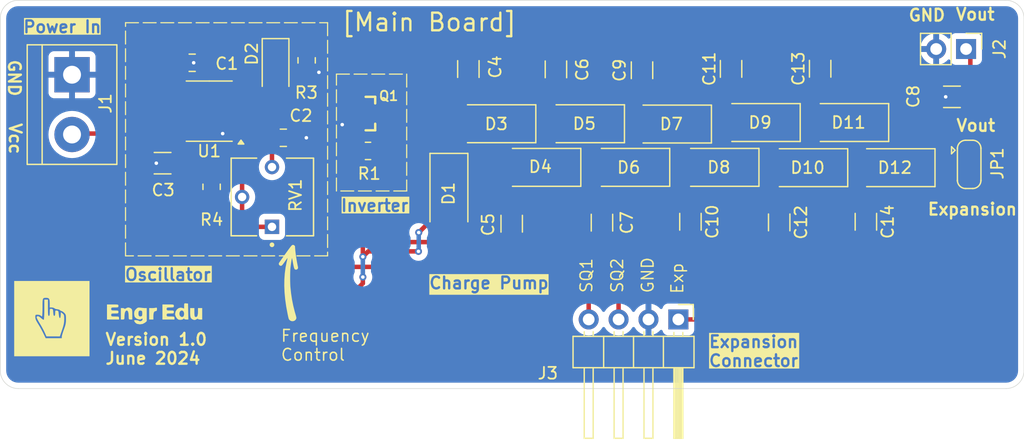
<source format=kicad_pcb>
(kicad_pcb (version 20240108) (generator "pcbnew") (generator_version "8.0")
  (layers (0 "F.Cu" signal) (31 "B.Cu" signal) (34 "B.Paste" user) (35 "F.Paste" user) (36 "B.SilkS" user "B.Silkscreen") (37 "F.SilkS" user "F.Silkscreen") (38 "B.Mask" user) (39 "F.Mask" user) (44 "Edge.Cuts" user))
  (net 0 "")
  (net 1 "VCC")
  (net 2 "GND")
  (net 3 "Net-(U1-CV)")
  (net 4 "/THR")
  (net 5 "Net-(D2-K)")
  (net 6 "/SQUARE_1")
  (net 7 "/SQUARE_2")
  (net 8 "/DIS")
  (net 9 "Net-(D1-K)")
  (net 10 "Net-(D3-K)")
  (net 11 "Net-(D4-K)")
  (net 12 "Net-(D5-K)")
  (net 13 "Net-(D6-K)")
  (net 14 "Net-(D8-K)")
  (net 15 "Net-(D10-A)")
  (net 16 "Net-(D10-K)")
  (net 17 "Net-(D11-K)")
  (net 18 "Net-(D7-K)")
  (net 19 "Net-(D12-K)")
  (net 20 "Net-(J2-Pin_1)")
  (net 21 "/Charge_Out")
  (footprint "Diode_SMD:D_MELF" (layer "F.Cu") (at 140.5382 74.0156 180)
    (property "Reference" "D4" (at 0.0312 0.0508 180) (layer "F.SilkS"))
    (property "Value" "1N4148")
    (pad "1" smd roundrect (at -2.4 0 180) (size 1.5 2.7) (layers "F.Cu" "F.Paste" "F.Mask") (roundrect_rratio 0.1666666667) (net 11 "Net-(D4-K)"))
    (pad "2" smd roundrect (at 2.4 0 180) (size 1.5 2.7) (layers "F.Cu" "F.Paste" "F.Mask") (roundrect_rratio 0.1666666667) (net 10 "Net-(D3-K)"))
  )
  (footprint "Capacitor_SMD:C_1206_3216Metric_Pad1.33x1.80mm_HandSolder" (layer "F.Cu") (at 138.0744 78.8031 -90)
    (property "Reference" "C5" (at 0.0762 2.0066 90) (layer "F.SilkS"))
    (property "Value" "1uF")
    (pad "1" smd roundrect (at -1.5625 0 270) (size 1.325 1.8) (layers "F.Cu" "F.Paste" "F.Mask") (roundrect_rratio 0.188679) (net 10 "Net-(D3-K)"))
    (pad "2" smd roundrect (at 1.5625 0 270) (size 1.325 1.8) (layers "F.Cu" "F.Paste" "F.Mask") (roundrect_rratio 0.188679) (net 7 "/SQUARE_2"))
  )
  (footprint "Capacitor_SMD:C_1206_3216Metric_Pad1.33x1.80mm_HandSolder" (layer "F.Cu") (at 149.1488 65.7606 90)
    (property "Reference" "C9" (at -0.0026 -1.9096 90) (layer "F.SilkS"))
    (property "Value" "1uF")
    (pad "1" smd roundrect (at -1.5625 0 90) (size 1.325 1.8) (layers "F.Cu" "F.Paste" "F.Mask") (roundrect_rratio 0.188679) (net 13 "Net-(D6-K)"))
    (pad "2" smd roundrect (at 1.5625 0 90) (size 1.325 1.8) (layers "F.Cu" "F.Paste" "F.Mask") (roundrect_rratio 0.188679) (net 6 "/SQUARE_1"))
  )
  (footprint "Capacitor_SMD:C_1206_3216Metric_Pad1.33x1.80mm_HandSolder" (layer "F.Cu") (at 175.4886 68.0212 180)
    (property "Reference" "C8" (at 3.2889 0.0254 -90) (layer "F.SilkS"))
    (property "Value" "1uF")
    (pad "1" smd roundrect (at -1.5625 0 180) (size 1.325 1.8) (layers "F.Cu" "F.Paste" "F.Mask") (roundrect_rratio 0.188679) (net 20 "Net-(J2-Pin_1)"))
    (pad "2" smd roundrect (at 1.5625 0 180) (size 1.325 1.8) (layers "F.Cu" "F.Paste" "F.Mask") (roundrect_rratio 0.188679) (net 2 "GND"))
  )
  (footprint "Capacitor_SMD:C_1206_3216Metric_Pad1.33x1.80mm_HandSolder" (layer "F.Cu") (at 168.1734 78.6384 -90)
    (property "Reference" "C14" (at 0 -1.85 90) (layer "F.SilkS"))
    (property "Value" "1uF")
    (pad "1" smd roundrect (at -1.5625 0 270) (size 1.325 1.8) (layers "F.Cu" "F.Paste" "F.Mask") (roundrect_rratio 0.188679) (net 17 "Net-(D11-K)"))
    (pad "2" smd roundrect (at 1.5625 0 270) (size 1.325 1.8) (layers "F.Cu" "F.Paste" "F.Mask") (roundrect_rratio 0.188679) (net 7 "/SQUARE_2"))
  )
  (footprint "Diode_SMD:D_MELF" (layer "F.Cu") (at 155.6766 74.0156 180)
    (property "Reference" "D8" (at 0 0 180) (layer "F.SilkS"))
    (property "Value" "1N4148")
    (pad "1" smd roundrect (at -2.4 0 180) (size 1.5 2.7) (layers "F.Cu" "F.Paste" "F.Mask") (roundrect_rratio 0.1666666667) (net 14 "Net-(D8-K)"))
    (pad "2" smd roundrect (at 2.4 0 180) (size 1.5 2.7) (layers "F.Cu" "F.Paste" "F.Mask") (roundrect_rratio 0.1666666667) (net 18 "Net-(D7-K)"))
  )
  (footprint "Resistor_SMD:R_0805_2012Metric_Pad1.20x1.40mm_HandSolder" (layer "F.Cu") (at 120.65 64.9224 -90)
    (property "Reference" "R3" (at 2.7432 0.0254 180) (layer "F.SilkS"))
    (property "Value" "220")
    (pad "1" smd roundrect (at -1 0 270) (size 1.2 1.4) (layers "F.Cu" "F.Paste" "F.Mask") (roundrect_rratio 0.208333) (net 5 "Net-(D2-K)"))
    (pad "2" smd roundrect (at 1 0 270) (size 1.2 1.4) (layers "F.Cu" "F.Paste" "F.Mask") (roundrect_rratio 0.208333) (net 2 "GND"))
  )
  (footprint "Connector_PinHeader_2.54mm:PinHeader_1x02_P2.54mm_Vertical" (layer "F.Cu") (at 176.6874 63.9572 -90)
    (property "Reference" "J2" (at 0 -2.8398 90) (layer "F.SilkS"))
    (property "Value" "Vout")
    (pad "1" thru_hole rect (at 0 0 270) (size 1.7 1.7) (drill 1) (layers "*.Cu" "*.Mask") (net 20 "Net-(J2-Pin_1)"))
    (pad "2" thru_hole oval (at 0 2.54 270) (size 1.7 1.7) (drill 1) (layers "*.Cu" "*.Mask") (net 2 "GND"))
  )
  (footprint "Diode_SMD:D_MELF" (layer "F.Cu") (at 148.095 74.0156 180)
    (property "Reference" "D6" (at 0.0781 -0.0118 180) (layer "F.SilkS"))
    (property "Value" "1N4148")
    (pad "1" smd roundrect (at -2.4 0 180) (size 1.5 2.7) (layers "F.Cu" "F.Paste" "F.Mask") (roundrect_rratio 0.1666666667) (net 13 "Net-(D6-K)"))
    (pad "2" smd roundrect (at 2.4 0 180) (size 1.5 2.7) (layers "F.Cu" "F.Paste" "F.Mask") (roundrect_rratio 0.1666666667) (net 12 "Net-(D5-K)"))
  )
  (footprint "Capacitor_SMD:C_1206_3216Metric_Pad1.33x1.80mm_HandSolder" (layer "F.Cu") (at 145.7452 78.7146 -90)
    (property "Reference" "C7" (at 0 -2.1082 -90) (layer "F.SilkS"))
    (property "Value" "1uF")
    (pad "1" smd roundrect (at -1.5625 0 270) (size 1.325 1.8) (layers "F.Cu" "F.Paste" "F.Mask") (roundrect_rratio 0.188679) (net 12 "Net-(D5-K)"))
    (pad "2" smd roundrect (at 1.5625 0 270) (size 1.325 1.8) (layers "F.Cu" "F.Paste" "F.Mask") (roundrect_rratio 0.188679) (net 7 "/SQUARE_2"))
  )
  (footprint "TerminalBlock:TerminalBlock_bornier-2_P5.08mm" (layer "F.Cu") (at 100.711 66.1416 -90)
    (property "Reference" "J1" (at 2.4384 -2.8372 90) (layer "F.SilkS"))
    (property "Value" "Vin")
    (pad "1" thru_hole rect (at 0 0 270) (size 3 3) (drill 1.52) (layers "*.Cu" "*.Mask") (net 2 "GND"))
    (pad "2" thru_hole circle (at 5.08 0 270) (size 3 3) (drill 1.52) (layers "*.Cu" "*.Mask") (net 1 "VCC"))
  )
  (footprint "Resistor_SMD:R_0805_2012Metric_Pad1.20x1.40mm_HandSolder" (layer "F.Cu") (at 112.5728 75.6666 90)
    (property "Reference" "R4" (at -2.794 0 0) (layer "F.SilkS"))
    (property "Value" "1k")
    (pad "1" smd roundrect (at -1 0 90) (size 1.2 1.4) (layers "F.Cu" "F.Paste" "F.Mask") (roundrect_rratio 0.208333) (net 1 "VCC"))
    (pad "2" smd roundrect (at 1 0 90) (size 1.2 1.4) (layers "F.Cu" "F.Paste" "F.Mask") (roundrect_rratio 0.208333) (net 8 "/DIS"))
  )
  (footprint "Jumper:SolderJumper-3_P1.3mm_Open_RoundedPad1.0x1.5mm" (layer "F.Cu") (at 176.9519 73.7616 -90)
    (property "Reference" "JP1" (at -0.0762 -2.3975 -90) (layer "F.SilkS"))
    (property "Value" "SolderJumper")
    (pad "1" smd custom (at -1.3 0 270) (size 1 0.5) (layers "F.Cu" "F.Mask") (net 20 "Net-(J2-Pin_1)") (options (clearance outline) (anchor rect)) (primitives (gr_circle (center 0 0.25) (end 0.5 0.25) (width 0) (fill yes)) (gr_circle (center 0 -0.25) (end 0.5 -0.25) (width 0) (fill yes)) (gr_poly (pts (xy 0.55 0.75) (xy 0 0.75) (xy 0 -0.75) (xy 0.55 -0.75)) (width 0) (fill yes))))
    (pad "2" smd rect (at 0 0 270) (size 1 1.5) (layers "F.Cu" "F.Mask") (net 19 "Net-(D12-K)"))
    (pad "3" smd custom (at 1.3 0 270) (size 1 0.5) (layers "F.Cu" "F.Mask") (net 21 "/Charge_Out") (options (clearance outline) (anchor rect)) (primitives (gr_circle (center 0 0.25) (end 0.5 0.25) (width 0) (fill yes)) (gr_circle (center 0 -0.25) (end 0.5 -0.25) (width 0) (fill yes)) (gr_poly (pts (xy 0 0.75) (xy -0.55 0.75) (xy -0.55 -0.75) (xy 0 -0.75)) (width 0) (fill yes))))
  )
  (footprint "Capacitor_SMD:C_0805_2012Metric_Pad1.18x1.45mm_HandSolder" (layer "F.Cu") (at 110.9218 65.1256)
    (property "Reference" "C1" (at 2.9464 0.0762 0) (layer "F.SilkS"))
    (property "Value" "0.1uF")
    (pad "1" smd roundrect (at -1.0375 0) (size 1.175 1.45) (layers "F.Cu" "F.Paste" "F.Mask") (roundrect_rratio 0.212766) (net 3 "Net-(U1-CV)"))
    (pad "2" smd roundrect (at 1.0375 0) (size 1.175 1.45) (layers "F.Cu" "F.Paste" "F.Mask") (roundrect_rratio 0.212766) (net 2 "GND"))
  )
  (footprint "Diode_SMD:D_MELF" (layer "F.Cu") (at 166.7002 70.2056 180)
    (property "Reference" "D11" (at 0 0 180) (layer "F.SilkS"))
    (property "Value" "1N4148")
    (pad "1" smd roundrect (at -2.4 0 180) (size 1.5 2.7) (layers "F.Cu" "F.Paste" "F.Mask") (roundrect_rratio 0.1666666667) (net 17 "Net-(D11-K)"))
    (pad "2" smd roundrect (at 2.4 0 180) (size 1.5 2.7) (layers "F.Cu" "F.Paste" "F.Mask") (roundrect_rratio 0.1666666667) (net 16 "Net-(D10-K)"))
  )
  (footprint "Diode_SMD:D_MELF" (layer "F.Cu") (at 144.2466 70.3072 180)
    (property "Reference" "D5" (at 0 0 180) (layer "F.SilkS"))
    (property "Value" "1N4148")
    (pad "1" smd roundrect (at -2.4 0 180) (size 1.5 2.7) (layers "F.Cu" "F.Paste" "F.Mask") (roundrect_rratio 0.1666666667) (net 12 "Net-(D5-K)"))
    (pad "2" smd roundrect (at 2.4 0 180) (size 1.5 2.7) (layers "F.Cu" "F.Paste" "F.Mask") (roundrect_rratio 0.1666666667) (net 11 "Net-(D4-K)"))
  )
  (footprint "Capacitor_SMD:C_1206_3216Metric_Pad1.33x1.80mm_HandSolder" (layer "F.Cu") (at 141.8336 65.6844 90)
    (property "Reference" "C6" (at -0.0254 2.2352 90) (layer "F.SilkS"))
    (property "Value" "1uF")
    (pad "1" smd roundrect (at -1.5625 0 90) (size 1.325 1.8) (layers "F.Cu" "F.Paste" "F.Mask") (roundrect_rratio 0.188679) (net 11 "Net-(D4-K)"))
    (pad "2" smd roundrect (at 1.5625 0 90) (size 1.325 1.8) (layers "F.Cu" "F.Paste" "F.Mask") (roundrect_rratio 0.188679) (net 6 "/SQUARE_1"))
  )
  (footprint "Connector_PinHeader_2.54mm:PinHeader_1x04_P2.54mm_Horizontal" (layer "F.Cu") (at 152.2376 86.938 -90)
    (property "Reference" "J3" (at 4.5782 11.0898 180) (layer "F.SilkS"))
    (property "Value" "Expansion_Conn")
    (pad "1" thru_hole rect (at 0 0 270) (size 1.7 1.7) (drill 1) (layers "*.Cu" "*.Mask") (net 21 "/Charge_Out"))
    (pad "2" thru_hole oval (at 0 2.54 270) (size 1.7 1.7) (drill 1) (layers "*.Cu" "*.Mask") (net 2 "GND"))
    (pad "3" thru_hole oval (at 0 5.08 270) (size 1.7 1.7) (drill 1) (layers "*.Cu" "*.Mask") (net 7 "/SQUARE_2"))
    (pad "4" thru_hole oval (at 0 7.62 270) (size 1.7 1.7) (drill 1) (layers "*.Cu" "*.Mask") (net 6 "/SQUARE_1"))
  )
  (footprint "Resistor_SMD:R_0805_2012Metric_Pad1.20x1.40mm_HandSolder" (layer "F.Cu") (at 125.8648 72.6186)
    (property "Reference" "R1" (at 0.1016 1.9304 0) (layer "F.SilkS"))
    (property "Value" "1k")
    (pad "1" smd roundrect (at -1 0) (size 1.2 1.4) (layers "F.Cu" "F.Paste" "F.Mask") (roundrect_rratio 0.208333) (net 1 "VCC"))
    (pad "2" smd roundrect (at 1 0) (size 1.2 1.4) (layers "F.Cu" "F.Paste" "F.Mask") (roundrect_rratio 0.208333) (net 7 "/SQUARE_2"))
  )
  (footprint "Diode_SMD:D_MELF" (layer "F.Cu") (at 170.6372 74.041 180)
    (property "Reference" "D12" (at 0 0 180) (layer "F.SilkS"))
    (property "Value" "1N4148")
    (pad "1" smd roundrect (at -2.4 0 180) (size 1.5 2.7) (layers "F.Cu" "F.Paste" "F.Mask") (roundrect_rratio 0.1666666667) (net 19 "Net-(D12-K)"))
    (pad "2" smd roundrect (at 2.4 0 180) (size 1.5 2.7) (layers "F.Cu" "F.Paste" "F.Mask") (roundrect_rratio 0.1666666667) (net 17 "Net-(D11-K)"))
  )
  (footprint "LOGO" (layer "F.Cu") (at 105.320691 87.047234)
    (property "Reference" "G***" (hide yes))
    (property "Value" "LOGO" (hide yes))
  )
  (footprint "Capacitor_SMD:C_1206_3216Metric_Pad1.33x1.80mm_HandSolder" (layer "F.Cu") (at 156.718 65.6459 90)
    (property "Reference" "C11" (at 0 -1.85 -90) (layer "F.SilkS"))
    (property "Value" "1uF")
    (pad "1" smd roundrect (at -1.5625 0 90) (size 1.325 1.8) (layers "F.Cu" "F.Paste" "F.Mask") (roundrect_rratio 0.188679) (net 14 "Net-(D8-K)"))
    (pad "2" smd roundrect (at 1.5625 0 90) (size 1.325 1.8) (layers "F.Cu" "F.Paste" "F.Mask") (roundrect_rratio 0.188679) (net 6 "/SQUARE_1"))
  )
  (footprint "Capacitor_SMD:C_0805_2012Metric_Pad1.18x1.45mm_HandSolder" (layer "F.Cu") (at 118.6688 71.501)
    (property "Reference" "C2" (at 1.4986 -1.8796 180) (layer "F.SilkS"))
    (property "Value" "1uF")
    (pad "1" smd roundrect (at -1.0375 0) (size 1.175 1.45) (layers "F.Cu" "F.Paste" "F.Mask") (roundrect_rratio 0.212766) (net 4 "/THR"))
    (pad "2" smd roundrect (at 1.0375 0) (size 1.175 1.45) (layers "F.Cu" "F.Paste" "F.Mask") (roundrect_rratio 0.212766) (net 2 "GND"))
  )
  (footprint "Diode_SMD:D_MELF" (layer "F.Cu") (at 132.7404 76.2384 -90)
    (property "Reference" "D1" (at 0.0029 0.0349 90) (layer "F.SilkS"))
    (property "Value" "1N4148")
    (pad "1" smd roundrect (at -2.4 0 270) (size 1.5 2.7) (layers "F.Cu" "F.Paste" "F.Mask") (roundrect_rratio 0.1666666667) (net 9 "Net-(D1-K)"))
    (pad "2" smd roundrect (at 2.4 0 270) (size 1.5 2.7) (layers "F.Cu" "F.Paste" "F.Mask") (roundrect_rratio 0.1666666667) (net 1 "VCC"))
  )
  (footprint "LOGO" (layer "F.Cu") (at 119.289695 83.811198 90)
    (property "Reference" "G***" (hide yes))
    (property "Value" "LOGO" (hide yes))
  )
  (footprint "Trim_Pot_100k:Trim_Pot_100k" (layer "F.Cu") (at 117.7036 76.5302 90)
    (property "Reference" "RV1" (at 0.1427 2.0001 -90) (layer "F.SilkS") (effects (font (size 1.002756 1.002756))))
    (property "Value" "100k")
    (pad "1" thru_hole rect (at -2.54 0 90) (size 1.222 1.222) (drill 0.714) (layers "*.Cu" "*.Mask") (net 8 "/DIS"))
    (pad "2" thru_hole circle (at 0 -2.54 90) (size 1.222 1.222) (drill 0.714) (layers "*.Cu" "*.Mask") (net 8 "/DIS"))
    (pad "3" thru_hole circle (at 2.54 0 90) (size 1.222 1.222) (drill 0.714) (layers "*.Cu" "*.Mask") (net 4 "/THR"))
  )
  (footprint "Package_SO:SOIC-8_3.9x4.9mm_P1.27mm" (layer "F.Cu") (at 112.3696 69.2374 180)
    (property "Reference" "U1" (at 0 -3.4 180) (layer "F.SilkS"))
    (property "Value" "NE555D")
    (pad "1" smd roundrect (at -2.475 -1.905 180) (size 1.95 0.6) (layers "F.Cu" "F.Paste" "F.Mask") (net 2 "GND"))
    (pad "2" smd roundrect (at -2.475 -0.635 180) (size 1.95 0.6) (layers "F.Cu" "F.Paste" "F.Mask") (net 4 "/THR"))
    (pad "3" smd roundrect (at -2.475 0.635 180) (size 1.95 0.6) (layers "F.Cu" "F.Paste" "F.Mask") (net 6 "/SQUARE_1"))
    (pad "4" smd roundrect (at -2.475 1.905 180) (size 1.95 0.6) (layers "F.Cu" "F.Paste" "F.Mask") (net 1 "VCC"))
    (pad "5" smd roundrect (at 2.475 1.905 180) (size 1.95 0.6) (layers "F.Cu" "F.Paste" "F.Mask") (net 3 "Net-(U1-CV)"))
    (pad "6" smd roundrect (at 2.475 0.635 180) (size 1.95 0.6) (layers "F.Cu" "F.Paste" "F.Mask") (net 4 "/THR"))
    (pad "7" smd roundrect (at 2.475 -0.635 180) (size 1.95 0.6) (layers "F.Cu" "F.Paste" "F.Mask") (net 8 "/DIS"))
    (pad "8" smd roundrect (at 2.475 -1.905 180) (size 1.95 0.6) (layers "F.Cu" "F.Paste" "F.Mask") (net 1 "VCC"))
  )
  (footprint "Capacitor_SMD:C_1206_3216Metric_Pad1.33x1.80mm_HandSolder" (layer "F.Cu") (at 108.4072 73.66 180)
    (property "Reference" "C3" (at -0.0508 -2.286 180) (layer "F.SilkS"))
    (property "Value" "10uF")
    (pad "1" smd roundrect (at -1.5625 0 180) (size 1.325 1.8) (layers "F.Cu" "F.Paste" "F.Mask") (roundrect_rratio 0.188679) (net 1 "VCC"))
    (pad "2" smd roundrect (at 1.5625 0 180) (size 1.325 1.8) (layers "F.Cu" "F.Paste" "F.Mask") (roundrect_rratio 0.188679) (net 2 "GND"))
  )
  (footprint "Capacitor_SMD:C_1206_3216Metric_Pad1.33x1.80mm_HandSolder" (layer "F.Cu") (at 153.2636 78.6384 -90)
    (property "Reference" "C10" (at 0 -1.85 90) (layer "F.SilkS"))
    (property "Value" "1uF")
    (pad "1" smd roundrect (at -1.5625 0 270) (size 1.325 1.8) (layers "F.Cu" "F.Paste" "F.Mask") (roundrect_rratio 0.188679) (net 18 "Net-(D7-K)"))
    (pad "2" smd roundrect (at 1.5625 0 270) (size 1.325 1.8) (layers "F.Cu" "F.Paste" "F.Mask") (roundrect_rratio 0.188679) (net 7 "/SQUARE_2"))
  )
  (footprint "Diode_SMD:D_MELF" (layer "F.Cu") (at 151.638 70.3326 180)
    (property "Reference" "D7" (at 0 0 180) (layer "F.SilkS"))
    (property "Value" "1N4148")
    (pad "1" smd roundrect (at -2.4 0 180) (size 1.5 2.7) (layers "F.Cu" "F.Paste" "F.Mask") (roundrect_rratio 0.1666666667) (net 18 "Net-(D7-K)"))
    (pad "2" smd roundrect (at 2.4 0 180) (size 1.5 2.7) (layers "F.Cu" "F.Paste" "F.Mask") (roundrect_rratio 0.1666666667) (net 13 "Net-(D6-K)"))
  )
  (footprint "Capacitor_SMD:C_1206_3216Metric_Pad1.33x1.80mm_HandSolder" (layer "F.Cu") (at 160.8074 78.6892 -90)
    (property "Reference" "C12" (at 0 -1.85 90) (layer "F.SilkS"))
    (property "Value" "1uF")
    (pad "1" smd roundrect (at -1.5625 0 270) (size 1.325 1.8) (layers "F.Cu" "F.Paste" "F.Mask") (roundrect_rratio 0.188679) (net 15 "Net-(D10-A)"))
    (pad "2" smd roundrect (at 1.5625 0 270) (size 1.325 1.8) (layers "F.Cu" "F.Paste" "F.Mask") (roundrect_rratio 0.188679) (net 7 "/SQUARE_2"))
  )
  (footprint "Diode_SMD:D_MELF" (layer "F.Cu") (at 136.7152 70.3072 180)
    (property "Reference" "D3" (at -0.0479 -0.0225 180) (layer "F.SilkS"))
    (property "Value" "1N4148")
    (pad "1" smd roundrect (at -2.4 0 180) (size 1.5 2.7) (layers "F.Cu" "F.Paste" "F.Mask") (roundrect_rratio 0.1666666667) (net 10 "Net-(D3-K)"))
    (pad "2" smd roundrect (at 2.4 0 180) (size 1.5 2.7) (layers "F.Cu" "F.Paste" "F.Mask") (roundrect_rratio 0.1666666667) (net 9 "Net-(D1-K)"))
  )
  (footprint "Diode_SMD:D_MELF" (layer "F.Cu") (at 163.2204 74.041 180)
    (property "Reference" "D10" (at 0 0 180) (layer "F.SilkS"))
    (property "Value" "1N4148")
    (pad "1" smd roundrect (at -2.4 0 180) (size 1.5 2.7) (layers "F.Cu" "F.Paste" "F.Mask") (roundrect_rratio 0.1666666667) (net 16 "Net-(D10-K)"))
    (pad "2" smd roundrect (at 2.4 0 180) (size 1.5 2.7) (layers "F.Cu" "F.Paste" "F.Mask") (roundrect_rratio 0.1666666667) (net 15 "Net-(D10-A)"))
  )
  (footprint "Diode_SMD:D_MELF" (layer "F.Cu") (at 159.1818 70.2056 180)
    (property "Reference" "D9" (at 0 0 180) (layer "F.SilkS"))
    (property "Value" "1N4148")
    (pad "1" smd roundrect (at -2.4 0 180) (size 1.5 2.7) (layers "F.Cu" "F.Paste" "F.Mask") (roundrect_rratio 0.1666666667) (net 15 "Net-(D10-A)"))
    (pad "2" smd roundrect (at 2.4 0 180) (size 1.5 2.7) (layers "F.Cu" "F.Paste" "F.Mask") (roundrect_rratio 0.1666666667) (net 14 "Net-(D8-K)"))
  )
  (footprint "Capacitor_SMD:C_1206_3216Metric_Pad1.33x1.80mm_HandSolder" (layer "F.Cu") (at 134.3914 65.659 90)
    (property "Reference" "C4" (at 0.1778 2.286 90) (layer "F.SilkS"))
    (property "Value" "1uF")
    (pad "1" smd roundrect (at -1.5625 0 90) (size 1.325 1.8) (layers "F.Cu" "F.Paste" "F.Mask") (roundrect_rratio 0.188679) (net 9 "Net-(D1-K)"))
    (pad "2" smd roundrect (at 1.5625 0 90) (size 1.325 1.8) (layers "F.Cu" "F.Paste" "F.Mask") (roundrect_rratio 0.188679) (net 6 "/SQUARE_1"))
  )
  (footprint "MMBT2222:MMBT2222" (layer "F.Cu") (at 125.814 69.4436 -90)
    (property "Reference" "Q1" (at -1.4986 -1.8034 180) (layer "F.SilkS") (effects (font (size 0.800567 0.800567))))
    (property "Value" "MMBT2222")
    (pad "B" smd rect (at -0.95 1.1 270) (size 1 1.4) (layers "F.Cu" "F.Paste" "F.Mask") (net 6 "/SQUARE_1"))
    (pad "C" smd rect (at 0 -1.1 270) (size 1 1.4) (layers "F.Cu" "F.Paste" "F.Mask") (net 7 "/SQUARE_2"))
    (pad "E" smd rect (at 0.95 1.1 270) (size 1 1.4) (layers "F.Cu" "F.Paste" "F.Mask") (net 2 "GND"))
  )
  (footprint "LED_SMD:LED_1206_3216Metric_Pad1.42x1.75mm_HandSolder" (layer "F.Cu") (at 118.0084 65.532 -90)
    (property "Reference" "D2" (at -1.1655 2.0238 90) (layer "F.SilkS"))
    (property "Value" "LED")
    (pad "1" smd roundrect (at -1.4875 0 270) (size 1.425 1.75) (layers "F.Cu" "F.Paste" "F.Mask") (roundrect_rratio 0.175439) (net 5 "Net-(D2-K)"))
    (pad "2" smd roundrect (at 1.4875 0 270) (size 1.425 1.75) (layers "F.Cu" "F.Paste" "F.Mask") (roundrect_rratio 0.175439) (net 6 "/SQUARE_1"))
  )
  (footprint "Capacitor_SMD:C_1206_3216Metric_Pad1.33x1.80mm_HandSolder" (layer "F.Cu") (at 164.2872 65.6336 90)
    (property "Reference" "C13" (at 0 -1.85 -90) (layer "F.SilkS"))
    (property "Value" "1uF")
    (pad "1" smd roundrect (at -1.5625 0 90) (size 1.325 1.8) (layers "F.Cu" "F.Paste" "F.Mask") (roundrect_rratio 0.188679) (net 16 "Net-(D10-K)"))
    (pad "2" smd roundrect (at 1.5625 0 90) (size 1.325 1.8) (layers "F.Cu" "F.Paste" "F.Mask") (roundrect_rratio 0.188679) (net 6 "/SQUARE_1"))
  )
  (gr_rect (start 123.1818 66.0908) (end 129.1508 76.0222) (stroke (width 0.1) (type dash)) (fill none) (layer "F.SilkS"))
  (gr_rect (start 105.2576 61.722) (end 122.428 81.534) (stroke (width 0.1) (type dash)) (fill none) (layer "F.SilkS"))
  (gr_arc (start 181.61 91.2876) (mid 181.163631 92.365231) (end 180.086 92.8116) (stroke (width 0.05)) (layer "Edge.Cuts"))
  (gr_arc (start 94.615 61.341) (mid 95.070386 60.254428) (end 96.164396 59.817212) (stroke (width 0.05)) (layer "Edge.Cuts"))
  (gr_line (start 180.086 92.8116) (end 96.139 92.8116) (stroke (width 0.05)) (layer "Edge.Cuts"))
  (gr_line (start 94.615 91.2876) (end 94.615 61.341) (stroke (width 0.05)) (layer "Edge.Cuts"))
  (gr_arc (start 180.086 59.817) (mid 181.172572 60.272386) (end 181.609788 61.366396) (stroke (width 0.05)) (layer "Edge.Cuts"))
  (gr_line (start 181.609788 61.366396) (end 181.61 91.2876) (stroke (width 0.05)) (layer "Edge.Cuts"))
  (gr_line (start 96.164396 59.817212) (end 180.086 59.817) (stroke (width 0.05)) (layer "Edge.Cuts"))
  (gr_arc (start 96.139 92.8116) (mid 95.061369 92.365231) (end 94.615 91.2876) (stroke (width 0.05)) (layer "Edge.Cuts"))
  (gr_text "Exp\n" (at 152.7302 84.836 90) (layer "F.SilkS") (effects (font (size 1 1) (thickness 0.125)) (justify left bottom)))
  (gr_text "Vcc" (at 95.3008 70.1548 -90) (layer "F.SilkS") (effects (font (size 1 1) (thickness 0.2) (bold yes)) (justify left bottom)))
  (gr_text "SQ2" (at 147.6248 84.7598 90) (layer "F.SilkS") (effects (font (size 1 1) (thickness 0.125)) (justify left bottom)))
  (gr_text "Expansion" (at 173.3296 78.1558 0) (layer "F.SilkS") (effects (font (size 1 1) (thickness 0.2) (bold yes)) (justify left bottom)))
  (gr_text "GND\n" (at 95.2246 64.77 270) (layer "F.SilkS") (effects (font (size 1 1) (thickness 0.2) (bold yes)) (justify left bottom)))
  (gr_text "SQ1" (at 145.0086 84.7598 90) (layer "F.SilkS") (effects (font (size 1 1) (thickness 0.125)) (justify left bottom)))
  (gr_text "Frequency\nControl" (at 118.3894 90.5256 0) (layer "F.SilkS") (effects (font (size 1 1) (thickness 0.125)) (justify left bottom)))
  (gr_text "GND" (at 150.2156 84.779697 90) (layer "F.SilkS") (effects (font (size 1 1) (thickness 0.125)) (justify left bottom)))
  (gr_text "GND" (at 171.704 61.6712 0) (layer "F.SilkS") (effects (font (size 1 1) (thickness 0.2) (bold yes)) (justify left bottom)))
  (gr_text "Vout" (at 175.768 71.0438 0) (layer "F.SilkS") (effects (font (size 1 1) (thickness 0.2) (bold yes)) (justify left bottom)))
  (gr_text "Oscillator" (at 105.1052 83.7184 0) (layer "F.SilkS" knockout) (effects (font (size 1 1) (thickness 0.2) (bold yes)) (justify left bottom)))
  (gr_text "Version 1.0\nJune 2024" (at 103.4542 90.8304 0) (layer "F.SilkS") (effects (font (size 1 1) (thickness 0.2) (bold yes)) (justify left bottom)))
  (gr_text "Charge Pump" (at 130.9624 84.4296 0) (layer "F.SilkS" knockout) (effects (font (size 1 1) (thickness 0.2) (bold yes)) (justify left bottom)))
  (gr_text "Vout" (at 175.7172 61.595 0) (layer "F.SilkS") (effects (font (size 1 1) (thickness 0.2) (bold yes)) (justify left bottom)))
  (gr_text "Power In" (at 96.4692 62.6618 0) (layer "F.SilkS" knockout) (effects (font (size 1 1) (thickness 0.2) (bold yes)) (justify left bottom)))
  (gr_text "Inverter" (at 123.4612 77.851 0) (layer "F.SilkS" knockout) (effects (font (size 1 1) (thickness 0.2) (bold yes)) (justify left bottom)))
  (gr_text "Expansion \nConnector" (at 154.7368 91.0336 0) (layer "F.SilkS" knockout) (effects (font (size 1 1) (thickness 0.2) (bold yes)) (justify left bottom)))
  (gr_text "[Main Board]" (at 123.5456 62.5602 0) (layer "F.SilkS") (effects (font (size 1.5 1.5) (thickness 0.2) (bold yes)) (justify left bottom)))
  (segment (start 112.5728 82.9818) (end 113.919 84.328) (width 0.381) (layer "F.Cu") (net 1))
  (segment (start 112.5728 76.6666) (end 112.5728 82.9818) (width 0.381) (layer "F.Cu") (net 1))
  (segment (start 124.841 75.2348) (end 124.841 72.6424) (width 0.381) (layer "F.Cu") (net 1))
  (segment (start 124.841 72.6424) (end 124.8648 72.6186) (width 0.381) (layer "F.Cu") (net 1))
  (segment (start 114.3 63.5508) (end 108.2802 63.5508) (width 0.381) (layer "F.Cu") (net 1))
  (segment (start 109.9697 73.66) (end 109.9697 71.2175) (width 0.381) (layer "F.Cu") (net 1))
  (segment (start 114.2492 84.6582) (end 124.6378 84.6582) (width 0.381) (layer "F.Cu") (net 1))
  (segment (start 125.4252 81.6102) (end 125.4252 75.819) (width 0.381) (layer "F.Cu") (net 1))
  (segment (start 107.9246 63.9064) (end 107.9246 69.9994) (width 0.381) (layer "F.Cu") (net 1))
  (segment (start 109.9697 71.2175) (end 109.8946 71.1424) (width 0.381) (layer "F.Cu") (net 1))
  (segment (start 110.6518 76.6666) (end 109.9697 75.9845) (width 0.381) (layer "F.Cu") (net 1))
  (segment (start 114.8446 67.3324) (end 114.8446 64.0954) (width 0.381) (layer "F.Cu") (net 1))
  (segment (start 125.8824 81.153) (end 125.4252 81.6102) (width 0.381) (layer "F.Cu") (net 1))
  (segment (start 107.9246 69.9994) (end 106.7816 71.1424) (width 0.381) (layer "F.Cu") (net 1))
  (segment (start 131.0894 78.6384) (end 130.175 79.5528) (width 0.381) (layer "F.Cu") (net 1))
  (segment (start 125.4252 83.8708) (end 125.4252 83.3374) (width 0.381) (layer "F.Cu") (net 1))
  (segment (start 108.2802 63.5508) (end 107.9246 63.9064) (width 0.381) (layer "F.Cu") (net 1))
  (segment (start 130.1496 81.153) (end 125.8824 81.153) (width 0.381) (layer "F.Cu") (net 1))
  (segment (start 106.7816 71.1424) (end 100.7902 71.1424) (width 0.381) (layer "F.Cu") (net 1))
  (segment (start 109.9697 75.9845) (end 109.9697 73.66) (width 0.381) (layer "F.Cu") (net 1))
  (segment (start 112.5728 76.6666) (end 110.6518 76.6666) (width 0.381) (layer "F.Cu") (net 1))
  (segment (start 132.7404 78.6384) (end 131.0894 78.6384) (width 0.381) (layer "F.Cu") (net 1))
  (segment (start 124.6378 84.6582) (end 125.4252 83.8708) (width 0.381) (layer "F.Cu") (net 1))
  (segment (start 109.8946 71.1424) (end 106.7816 71.1424) (width 0.381) (layer "F.Cu") (net 1))
  (segment (start 113.919 84.328) (end 114.2492 84.6582) (width 0.381) (layer "F.Cu") (net 1))
  (segment (start 100.7902 71.1424) (end 100.711 71.2216) (width 0.381) (layer "F.Cu") (net 1))
  (segment (start 125.4252 75.819) (end 124.841 75.2348) (width 0.381) (layer "F.Cu") (net 1))
  (segment (start 114.8446 64.0954) (end 114.3 63.5508) (width 0.381) (layer "F.Cu") (net 1))
  (via (at 130.175 79.5528) (size 0.6) (drill 0.3) (layers "F.Cu" "B.Cu") (net 1))
  (via (at 125.4252 83.3374) (size 0.6) (drill 0.3) (layers "F.Cu" "B.Cu") (net 1))
  (via (at 125.4252 81.6102) (size 0.6) (drill 0.3) (layers "F.Cu" "B.Cu") (net 1))
  (via (at 130.1496 81.153) (size 0.6) (drill 0.3) (layers "F.Cu" "B.Cu") (net 1))
  (segment (start 130.175 79.5528) (end 130.175 81.1276) (width 0.381) (layer "B.Cu") (net 1))
  (segment (start 125.4252 83.3374) (end 125.4252 81.6102) (width 0.381) (layer "B.Cu") (net 1))
  (segment (start 130.175 81.1276) (end 130.1496 81.153) (width 0.381) (layer "B.Cu") (net 1))
  (segment (start 106.8447 73.66) (end 107.8738 73.66) (width 0.381) (layer "F.Cu") (net 2))
  (segment (start 114.8446 71.1424) (end 113.5156 71.1424) (width 0.381) (layer "F.Cu") (net 2))
  (segment (start 120.6246 71.501) (end 119.7063 71.501) (width 0.381) (layer "F.Cu") (net 2))
  (segment (start 113.5156 71.1424) (end 113.5126 71.1454) (width 0.381) (layer "F.Cu") (net 2))
  (segment (start 173.9261 68.0212) (end 174.9552 68.0212) (width 0.381) (layer "F.Cu") (net 2))
  (segment (start 124.714 70.3936) (end 123.6828 70.3936) (width 0.381) (layer "F.Cu") (net 2))
  (segment (start 121.6754 65.9224) (end 120.65 65.9224) (width 0.381) (layer "F.Cu") (net 2))
  (segment (start 111.0488 65.1256) (end 111.9593 65.1256) (width 0.381) (layer "F.Cu") (net 2))
  (segment (start 123.6828 70.3936) (end 123.6726 70.3834) (width 0.381) (layer "F.Cu") (net 2))
  (segment (start 121.6914 65.9384) (end 121.6754 65.9224) (width 0.381) (layer "F.Cu") (net 2))
  (via (at 174.9552 68.0212) (size 0.6) (drill 0.3) (layers "F.Cu" "B.Cu") (net 2))
  (via (at 123.6726 70.3834) (size 0.6) (drill 0.3) (layers "F.Cu" "B.Cu") (net 2))
  (via (at 111.0488 65.1256) (size 0.6) (drill 0.3) (layers "F.Cu" "B.Cu") (net 2))
  (via (at 107.8738 73.66) (size 0.6) (drill 0.3) (layers "F.Cu" "B.Cu") (net 2))
  (via (at 120.6246 71.501) (size 0.6) (drill 0.3) (layers "F.Cu" "B.Cu") (net 2))
  (via (at 113.5126 71.1454) (size 0.6) (drill 0.3) (layers "F.Cu" "B.Cu") (net 2))
  (via (at 121.6914 65.9384) (size 0.6) (drill 0.3) (layers "F.Cu" "B.Cu") (net 2))
  (segment (start 109.8843 67.3221) (end 109.8946 67.3324) (width 0.381) (layer "F.Cu") (net 3))
  (segment (start 109.8843 65.1256) (end 109.8843 67.3221) (width 0.381) (layer "F.Cu") (net 3))
  (segment (start 114.8446 69.8724) (end 113.1794 69.8724) (width 0.381) (layer "F.Cu") (net 4))
  (segment (start 112.903 69.596) (end 112.903 68.8594) (width 0.381) (layer "F.Cu") (net 4))
  (segment (start 112.646 68.6024) (end 112.903 68.8594) (width 0.381) (layer "F.Cu") (net 4))
  (segment (start 113.0554 69.7484) (end 112.903 69.596) (width 0.381) (layer "F.Cu") (net 4))
  (segment (start 113.1794 69.8724) (end 113.0554 69.7484) (width 0.381) (layer "F.Cu") (net 4))
  (segment (start 117.7036 73.9902) (end 117.7036 71.5733) (width 0.381) (layer "F.Cu") (net 4))
  (segment (start 117.6313 70.1587) (end 117.345 69.8724) (width 0.381) (layer "F.Cu") (net 4))
  (segment (start 117.7036 71.5733) (end 117.6313 71.501) (width 0.381) (layer "F.Cu") (net 4))
  (segment (start 117.345 69.8724) (end 114.8446 69.8724) (width 0.381) (layer "F.Cu") (net 4))
  (segment (start 109.8946 68.6024) (end 112.646 68.6024) (width 0.381) (layer "F.Cu") (net 4))
  (segment (start 117.6313 71.501) (end 117.6313 70.1587) (width 0.381) (layer "F.Cu") (net 4))
  (segment (start 120.65 63.9224) (end 118.1305 63.9224) (width 0.381) (layer "F.Cu") (net 5))
  (segment (start 118.1305 63.9224) (end 118.0084 64.0445) (width 0.381) (layer "F.Cu") (net 5))
  (segment (start 149.0726 64.1219) (end 149.1488 64.1981) (width 0.381) (layer "F.Cu") (net 6))
  (segment (start 156.6033 64.1981) (end 156.718 64.0834) (width 0.381) (layer "F.Cu") (net 6))
  (segment (start 143.51 82.4738) (end 124.46 82.4738) (width 0.381) (layer "F.Cu") (net 6))
  (segment (start 124.46 82.4738) (end 122.7582 80.772) (width 0.381) (layer "F.Cu") (net 6))
  (segment (start 156.718 64.0834) (end 156.7303 64.0711) (width 0.381) (layer "F.Cu") (net 6))
  (segment (start 118.0084 67.9928) (end 118.618 68.6024) (width 0.381) (layer "F.Cu") (net 6))
  (segment (start 149.1488 64.1981) (end 156.6033 64.1981) (width 0.381) (layer "F.Cu") (net 6))
  (segment (start 124.6052 68.6024) (end 124.714 68.4936) (width 0.381) (layer "F.Cu") (net 6))
  (segment (start 141.8082 64.0965) (end 141.8336 64.1219) (width 0.381) (layer "F.Cu") (net 6))
  (segment (start 121.4374 68.6024) (end 124.6052 68.6024) (width 0.381) (layer "F.Cu") (net 6))
  (segment (start 114.8446 68.6024) (end 118.618 68.6024) (width 0.381) (layer "F.Cu") (net 6))
  (segment (start 122.7582 69.9232) (end 121.4374 68.6024) (width 0.381) (layer "F.Cu") (net 6))
  (segment (start 134.3914 64.0965) (end 141.8082 64.0965) (width 0.381) (layer "F.Cu") (net 6))
  (segment (start 124.714 65.659) (end 126.238 64.135) (width 0.381) (layer "F.Cu") (net 6))
  (segment (start 156.7303 64.0711) (end 164.2872 64.0711) (width 0.381) (layer "F.Cu") (net 6))
  (segment (start 144.6176 83.5814) (end 143.51 82.4738) (width 0.381) (layer "F.Cu") (net 6))
  (segment (start 144.6176 86.938) (end 144.6176 83.5814) (width 0.381) (layer "F.Cu") (net 6))
  (segment (start 141.8336 64.1219) (end 149.0726 64.1219) (width 0.381) (layer "F.Cu") (net 6))
  (segment (start 118.0084 67.0195) (end 118.0084 67.9928) (width 0.381) (layer "F.Cu") (net 6))
  (segment (start 118.618 68.6024) (end 121.4374 68.6024) (width 0.381) (layer "F.Cu") (net 6))
  (segment (start 134.3529 64.135) (end 134.3914 64.0965) (width 0.381) (layer "F.Cu") (net 6))
  (segment (start 126.238 64.135) (end 134.3529 64.135) (width 0.381) (layer "F.Cu") (net 6))
  (segment (start 124.714 68.4936) (end 124.714 65.659) (width 0.381) (layer "F.Cu") (net 6))
  (segment (start 122.7582 80.772) (end 122.7582 69.9232) (width 0.381) (layer "F.Cu") (net 6))
  (segment (start 129.2606 80.3656) (end 138.0744 80.3656) (width 0.381) (layer "F.Cu") (net 7))
  (segment (start 160.8582 80.2009) (end 160.8074 80.2517) (width 0.381) (layer "F.Cu") (net 7))
  (segment (start 145.7452 80.2771) (end 153.1874 80.2771) (width 0.381) (layer "F.Cu") (net 7))
  (segment (start 128.2192 79.3242) (end 129.2606 80.3656) (width 0.381) (layer "F.Cu") (net 7))
  (segment (start 153.1874 80.2771) (end 153.2636 80.2009) (width 0.381) (layer "F.Cu") (net 7))
  (segment (start 128.0922 72.6186) (end 128.2192 72.7456) (width 0.381) (layer "F.Cu") (net 7))
  (segment (start 126.914 72.5694) (end 126.8648 72.6186) (width 0.381) (layer "F.Cu") (net 7))
  (segment (start 160.7566 80.2009) (end 160.8074 80.2517) (width 0.381) (layer "F.Cu") (net 7))
  (segment (start 126.914 69.4436) (end 126.914 72.5694) (width 0.381) (layer "F.Cu") (net 7))
  (segment (start 126.8648 72.6186) (end 128.0922 72.6186) (width 0.381) (layer "F.Cu") (net 7))
  (segment (start 145.6567 80.3656) (end 145.7452 80.2771) (width 0.381) (layer "F.Cu") (net 7))
  (segment (start 153.2636 80.2009) (end 160.7566 80.2009) (width 0.381) (layer "F.Cu") (net 7))
  (segment (start 147.1576 83.2766) (end 145.7452 81.8642) (width 0.381) (layer "F.Cu") (net 7))
  (segment (start 128.2192 72.7456) (end 128.2192 79.3242) (width 0.381) (layer "F.Cu") (net 7))
  (segment (start 145.7452 81.8642) (end 145.7452 80.2771) (width 0.381) (layer "F.Cu") (net 7))
  (segment (start 147.1576 86.938) (end 147.1576 83.2766) (width 0.381) (layer "F.Cu") (net 7))
  (segment (start 168.1734 80.2009) (end 160.8582 80.2009) (width 0.381) (layer "F.Cu") (net 7))
  (segment (start 138.0744 80.3656) (end 145.6567 80.3656) (width 0.381) (layer "F.Cu") (net 7))
  (segment (start 115.1636 74.8538) (end 115.1636 76.5302) (width 0.381) (layer "F.Cu") (net 8))
  (segment (start 115.1636 78.613) (end 115.1636 76.5302) (width 0.381) (layer "F.Cu") (net 8))
  (segment (start 112.5728 70.993) (end 111.4522 69.8724) (width 0.381) (layer "F.Cu") (net 8))
  (segment (start 112.5728 74.6666) (end 114.9764 74.6666) (width 0.381) (layer "F.Cu") (net 8))
  (segment (start 115.6208 79.0702) (end 115.1636 78.613) (width 0.381) (layer "F.Cu") (net 8))
  (segment (start 117.7036 79.0702) (end 115.6208 79.0702) (width 0.381) (layer "F.Cu") (net 8))
  (segment (start 112.5728 74.6666) (end 112.5728 70.993) (width 0.381) (layer "F.Cu") (net 8))
  (segment (start 111.4522 69.8724) (end 109.8946 69.8724) (width 0.381) (layer "F.Cu") (net 8))
  (segment (start 114.9764 74.6666) (end 115.1636 74.8538) (width 0.381) (layer "F.Cu") (net 8))
  (segment (start 133.35 70.3072) (end 134.3152 70.3072) (width 0.381) (layer "F.Cu") (net 9))
  (segment (start 132.7404 73.8384) (end 132.7404 70.9168) (width 0.381) (layer "F.Cu") (net 9))
  (segment (start 132.7404 70.9168) (end 133.35 70.3072) (width 0.381) (layer "F.Cu") (net 9))
  (segment (start 134.3152 70.3072) (end 134.3152 67.2977) (width 0.381) (layer "F.Cu") (net 9))
  (segment (start 134.3152 67.2977) (end 134.3914 67.2215) (width 0.381) (layer "F.Cu") (net 9))
  (segment (start 138.0744 74.0794) (end 138.1382 74.0156) (width 0.381) (layer "F.Cu") (net 10))
  (segment (start 138.1382 74.0156) (end 138.1382 71.2842) (width 0.381) (layer "F.Cu") (net 10))
  (segment (start 138.1382 71.2842) (end 139.1152 70.3072) (width 0.381) (layer "F.Cu") (net 10))
  (segment (start 138.0744 77.2406) (end 138.0744 74.0794) (width 0.381) (layer "F.Cu") (net 10))
  (segment (start 141.8466 72.924) (end 141.8466 70.3072) (width 0.381) (layer "F.Cu") (net 11))
  (segment (start 142.9382 74.0156) (end 141.8466 72.924) (width 0.381) (layer "F.Cu") (net 11))
  (segment (start 141.8466 70.3072) (end 141.8466 67.2599) (width 0.381) (layer "F.Cu") (net 11))
  (segment (start 141.8466 67.2599) (end 141.8336 67.2469) (width 0.381) (layer "F.Cu") (net 11))
  (segment (start 146.6466 70.3072) (end 145.695 71.2588) (width 0.381) (layer "F.Cu") (net 12))
  (segment (start 145.695 77.1019) (end 145.7452 77.1521) (width 0.381) (layer "F.Cu") (net 12))
  (segment (start 145.695 71.2588) (end 145.695 74.0156) (width 0.381) (layer "F.Cu") (net 12))
  (segment (start 145.695 74.0156) (end 145.695 77.1019) (width 0.381) (layer "F.Cu") (net 12))
  (segment (start 149.238 72.7586) (end 149.238 70.3326) (width 0.381) (layer "F.Cu") (net 13))
  (segment (start 149.238 70.3326) (end 149.238 67.4123) (width 0.381) (layer "F.Cu") (net 13))
  (segment (start 150.495 74.0156) (end 149.238 72.7586) (width 0.381) (layer "F.Cu") (net 13))
  (segment (start 149.238 67.4123) (end 149.1488 67.3231) (width 0.381) (layer "F.Cu") (net 13))
  (segment (start 158.0766 74.0156) (end 156.7818 72.7208) (width 0.381) (layer "F.Cu") (net 14))
  (segment (start 156.7818 72.7208) (end 156.7818 70.2056) (width 0.381) (layer "F.Cu") (net 14))
  (segment (start 156.7818 67.2722) (end 156.718 67.2084) (width 0.381) (layer "F.Cu") (net 14))
  (segment (start 156.7818 70.2056) (end 156.7818 67.2722) (width 0.381) (layer "F.Cu") (net 14))
  (segment (start 160.8204 70.967) (end 160.8204 74.041) (width 0.381) (layer "F.Cu") (net 15))
  (segment (start 160.8074 77.1267) (end 160.8074 74.054) (width 0.381) (layer "F.Cu") (net 15))
  (segment (start 161.5818 70.2056) (end 160.8204 70.967) (width 0.381) (layer "F.Cu") (net 15))
  (segment (start 160.8074 74.054) (end 160.8204 74.041) (width 0.381) (layer "F.Cu") (net 15))
  (segment (start 164.3002 70.2056) (end 164.3002 67.2091) (width 0.381) (layer "F.Cu") (net 16))
  (segment (start 165.6204 74.041) (end 164.3002 72.7208) (width 0.381) (layer "F.Cu") (net 16))
  (segment (start 164.3002 72.7208) (end 164.3002 70.2056) (width 0.381) (layer "F.Cu") (net 16))
  (segment (start 164.3002 67.2091) (end 164.2872 67.1961) (width 0.381) (layer "F.Cu") (net 16))
  (segment (start 168.1734 77.0759) (end 168.1734 74.1048) (width 0.381) (layer "F.Cu") (net 17))
  (segment (start 168.2372 74.041) (end 168.2372 71.0686) (width 0.381) (layer "F.Cu") (net 17))
  (segment (start 168.1734 74.1048) (end 168.2372 74.041) (width 0.381) (layer "F.Cu") (net 17))
  (segment (start 168.2372 71.0686) (end 169.1002 70.2056) (width 0.381) (layer "F.Cu") (net 17))
  (segment (start 153.2636 74.0286) (end 153.2766 74.0156) (width 0.381) (layer "F.Cu") (net 18))
  (segment (start 153.2766 71.094) (end 153.2766 74.0156) (width 0.381) (layer "F.Cu") (net 18))
  (segment (start 154.038 70.3326) (end 153.2766 71.094) (width 0.381) (layer "F.Cu") (net 18))
  (segment (start 153.2636 77.0759) (end 153.2636 74.0286) (width 0.381) (layer "F.Cu") (net 18))
  (segment (start 173.3166 73.7616) (end 173.0372 74.041) (width 0.381) (layer "F.Cu") (net 19))
  (segment (start 176.9519 73.7616) (end 173.3166 73.7616) (width 0.381) (layer "F.Cu") (net 19))
  (segment (start 177.0511 64.3209) (end 176.6874 63.9572) (width 0.381) (layer "F.Cu") (net 20))
  (segment (start 177.0511 68.0212) (end 177.0511 64.3209) (width 0.381) (layer "F.Cu") (net 20))
  (segment (start 176.9519 68.1204) (end 177.0511 68.0212) (width 0.381) (layer "F.Cu") (net 20))
  (segment (start 176.9519 72.4616) (end 176.9519 68.1204) (width 0.381) (layer "F.Cu") (net 20))
  (segment (start 173.4882 86.938) (end 176.9519 83.4743) (width 0.381) (layer "F.Cu") (net 21))
  (segment (start 152.2376 86.938) (end 173.4882 86.938) (width 0.381) (layer "F.Cu") (net 21))
  (segment (start 176.9519 83.4743) (end 176.9519 75.0616) (width 0.381) (layer "F.Cu") (net 21))
  (zone (net 2) (net_name "GND") (layer "B.Cu") (connect_pads (clearance 0.5)) (min_thickness 0.25) (fill yes (thermal_gap 0.5) (thermal_bridge_width 0.5))
    (polygon (pts (xy 94.615 61.3156) (xy 96.0374 59.817) (xy 181.5846 59.817) (xy 181.61 92.8116) (xy 94.615 92.8116)))
  )
)
</source>
